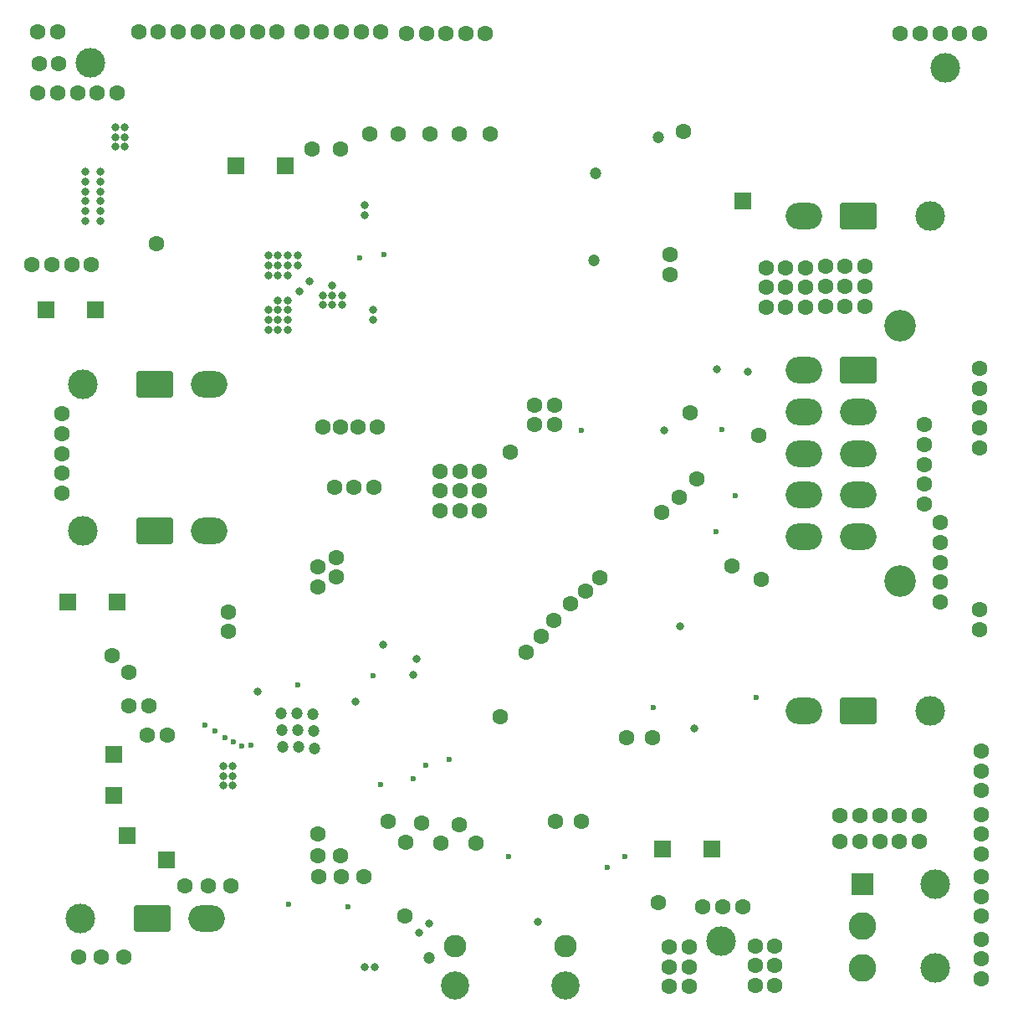
<source format=gbr>
%TF.GenerationSoftware,KiCad,Pcbnew,8.0.0*%
%TF.CreationDate,2024-03-30T14:37:23+01:00*%
%TF.ProjectId,schematic-main,73636865-6d61-4746-9963-2d6d61696e2e,rev?*%
%TF.SameCoordinates,Original*%
%TF.FileFunction,Soldermask,Bot*%
%TF.FilePolarity,Negative*%
%FSLAX46Y46*%
G04 Gerber Fmt 4.6, Leading zero omitted, Abs format (unit mm)*
G04 Created by KiCad (PCBNEW 8.0.0) date 2024-03-30 14:37:23*
%MOMM*%
%LPD*%
G01*
G04 APERTURE LIST*
G04 Aperture macros list*
%AMRoundRect*
0 Rectangle with rounded corners*
0 $1 Rounding radius*
0 $2 $3 $4 $5 $6 $7 $8 $9 X,Y pos of 4 corners*
0 Add a 4 corners polygon primitive as box body*
4,1,4,$2,$3,$4,$5,$6,$7,$8,$9,$2,$3,0*
0 Add four circle primitives for the rounded corners*
1,1,$1+$1,$2,$3*
1,1,$1+$1,$4,$5*
1,1,$1+$1,$6,$7*
1,1,$1+$1,$8,$9*
0 Add four rect primitives between the rounded corners*
20,1,$1+$1,$2,$3,$4,$5,0*
20,1,$1+$1,$4,$5,$6,$7,0*
20,1,$1+$1,$6,$7,$8,$9,0*
20,1,$1+$1,$8,$9,$2,$3,0*%
G04 Aperture macros list end*
%ADD10R,1.700000X1.700000*%
%ADD11C,3.000000*%
%ADD12RoundRect,0.250001X1.599999X-1.099999X1.599999X1.099999X-1.599999X1.099999X-1.599999X-1.099999X0*%
%ADD13O,3.700000X2.700000*%
%ADD14RoundRect,0.250001X-1.599999X1.099999X-1.599999X-1.099999X1.599999X-1.099999X1.599999X1.099999X0*%
%ADD15C,2.280000*%
%ADD16C,2.850000*%
%ADD17R,2.300000X2.300000*%
%ADD18C,2.800000*%
%ADD19C,3.200000*%
%ADD20C,0.800000*%
%ADD21C,1.600000*%
%ADD22C,1.200000*%
%ADD23C,0.600000*%
G04 APERTURE END LIST*
D10*
%TO.C,TP9*%
X156400000Y-100000000D03*
%TD*%
D11*
%TO.C,J2*%
X97475000Y-107000000D03*
D12*
X104775000Y-107000000D03*
D13*
X110275000Y-107000000D03*
%TD*%
D10*
%TO.C,TP7*%
X94000000Y-45500000D03*
%TD*%
D11*
%TO.C,J1*%
X183525000Y-36000000D03*
D14*
X176225000Y-36000000D03*
D13*
X170725000Y-36000000D03*
%TD*%
D10*
%TO.C,TP1*%
X100900000Y-90400000D03*
%TD*%
D11*
%TO.C,J4*%
X97700000Y-53000000D03*
D12*
X105000000Y-53000000D03*
D13*
X110500000Y-53000000D03*
%TD*%
D10*
%TO.C,TP8*%
X161400000Y-100000000D03*
%TD*%
%TO.C,TP6*%
X99000000Y-45500000D03*
%TD*%
%TO.C,TP13*%
X106200000Y-101100000D03*
%TD*%
D11*
%TO.C,REF\u002A\u002A*%
X98500000Y-20500000D03*
%TD*%
D10*
%TO.C,TP5*%
X113200000Y-30900000D03*
%TD*%
%TO.C,TP1*%
X164500000Y-34500000D03*
%TD*%
D11*
%TO.C,J5*%
X183525000Y-86000000D03*
D14*
X176225000Y-86000000D03*
D13*
X170725000Y-86000000D03*
%TD*%
D10*
%TO.C,TP4*%
X118200000Y-30900000D03*
%TD*%
D11*
%TO.C,J6*%
X97700000Y-67800000D03*
D12*
X105000000Y-67800000D03*
D13*
X110500000Y-67800000D03*
%TD*%
D10*
%TO.C,TP3*%
X101200000Y-75000000D03*
%TD*%
D11*
%TO.C,REF\u002A\u002A*%
X185000000Y-21000000D03*
%TD*%
D15*
%TO.C,P1*%
X135380000Y-109800000D03*
D16*
X135380000Y-113800000D03*
D15*
X146620000Y-109800000D03*
D16*
X146620000Y-113800000D03*
%TD*%
D11*
%TO.C,J3*%
X183987100Y-111984250D03*
X183987100Y-103584250D03*
D17*
X176687100Y-103584250D03*
D18*
X176687100Y-107784250D03*
X176687100Y-111984250D03*
%TD*%
D19*
%TO.C,J7*%
X180425000Y-47100000D03*
X180425000Y-72900000D03*
D14*
X176225000Y-51600000D03*
D13*
X176225000Y-55800000D03*
X176225000Y-60000000D03*
X176225000Y-64200000D03*
X176225000Y-68400000D03*
X170725000Y-51600000D03*
X170725000Y-55800000D03*
X170725000Y-60000000D03*
X170725000Y-64200000D03*
X170725000Y-68400000D03*
%TD*%
D11*
%TO.C,REF\u002A\u002A*%
X162300000Y-109300000D03*
%TD*%
D10*
%TO.C,TP2*%
X100900000Y-94600000D03*
%TD*%
%TO.C,TP2*%
X96200000Y-75000000D03*
%TD*%
%TO.C,TP12*%
X102200000Y-98600000D03*
%TD*%
D20*
X119700000Y-43600000D03*
X112000000Y-91650000D03*
D21*
X112700000Y-103700000D03*
X115400000Y-17400000D03*
X166900000Y-45200000D03*
X159100000Y-109900000D03*
X136500000Y-17500000D03*
X125900000Y-17400000D03*
X184500000Y-17500000D03*
X182400000Y-96600000D03*
X134000000Y-99400000D03*
X121500000Y-98500000D03*
D22*
X117800000Y-86300000D03*
D21*
X157100000Y-109900000D03*
X111400000Y-17400000D03*
X142600000Y-80100000D03*
X107400000Y-17400000D03*
X93200000Y-23500000D03*
X166900000Y-41200000D03*
X159100000Y-113900000D03*
X182500000Y-17500000D03*
X157200000Y-41900000D03*
X103400000Y-17400000D03*
X182900000Y-61100000D03*
X138500000Y-17500000D03*
X145500000Y-57100000D03*
X94600000Y-40900000D03*
X180500000Y-17500000D03*
X95200000Y-17400000D03*
D20*
X126300000Y-35900000D03*
D21*
X167800000Y-109800000D03*
X180400000Y-99200000D03*
X174900000Y-41100000D03*
X127900000Y-17400000D03*
X143500000Y-55100000D03*
X95600000Y-64000000D03*
X133900000Y-65800000D03*
X112500000Y-76000000D03*
X126200000Y-102800000D03*
X130400000Y-99300000D03*
X105400000Y-17400000D03*
X174400000Y-99200000D03*
X132500000Y-17500000D03*
D20*
X132800000Y-107500000D03*
D21*
X95200000Y-23500000D03*
X148600000Y-73900000D03*
X148200000Y-97200000D03*
X112500000Y-78000000D03*
D20*
X118500000Y-47500000D03*
D21*
X121500000Y-73500000D03*
X188700000Y-96500000D03*
X92600000Y-40900000D03*
X135900000Y-63800000D03*
X188700000Y-109100000D03*
X188700000Y-102800000D03*
X132000000Y-97400000D03*
X123900000Y-102800000D03*
X140018019Y-86597919D03*
X135900000Y-65800000D03*
X178400000Y-96600000D03*
X159200000Y-55900000D03*
X104400000Y-85500000D03*
X137900000Y-63800000D03*
D22*
X121000000Y-86400000D03*
D21*
X188700000Y-94100000D03*
X162500000Y-105800000D03*
D20*
X101000000Y-29000000D03*
D21*
X95600000Y-56000000D03*
D22*
X149600000Y-31700000D03*
D21*
X188700000Y-106800000D03*
D20*
X112000000Y-93550000D03*
D21*
X170900000Y-41200000D03*
D20*
X117500000Y-45500000D03*
D21*
X106300000Y-88500000D03*
X133900000Y-61800000D03*
X188700000Y-100500000D03*
X176400000Y-99200000D03*
X170900000Y-43200000D03*
X135900000Y-61800000D03*
X93300000Y-20600000D03*
X121500000Y-100700000D03*
X101900000Y-110900000D03*
X97300000Y-110900000D03*
X160500000Y-105800000D03*
D22*
X121100000Y-88100000D03*
D21*
X121600000Y-102800000D03*
X147100000Y-75200000D03*
D20*
X118500000Y-44500000D03*
D21*
X182900000Y-59100000D03*
X180400000Y-96600000D03*
D22*
X118000000Y-89700000D03*
X119600000Y-89700000D03*
D21*
X165800000Y-113800000D03*
X157200000Y-39900000D03*
X165800000Y-111800000D03*
X113400000Y-17400000D03*
X158100000Y-64400000D03*
X135800000Y-97500000D03*
X104300000Y-88500000D03*
X142600000Y-80100000D03*
X172900000Y-41100000D03*
X123200000Y-63400000D03*
D20*
X117500000Y-46500000D03*
D21*
X127200000Y-63400000D03*
X188700000Y-113100000D03*
X176900000Y-41100000D03*
X95300000Y-20600000D03*
D22*
X119400000Y-86300000D03*
D21*
X155400000Y-88700000D03*
X98600000Y-40900000D03*
X188700000Y-90100000D03*
D20*
X126300000Y-111900000D03*
X131800000Y-108500000D03*
D21*
X125200000Y-63400000D03*
X134500000Y-17500000D03*
X174900000Y-45100000D03*
D20*
X102000000Y-27000000D03*
D21*
X123800000Y-100700000D03*
X109400000Y-17400000D03*
X184500000Y-75000000D03*
X95600000Y-60000000D03*
X182900000Y-65100000D03*
X158500000Y-27400000D03*
X121500000Y-71500000D03*
X145600000Y-97200000D03*
X165800000Y-109800000D03*
X144175000Y-78525000D03*
X188700000Y-111100000D03*
X186500000Y-17500000D03*
X188700000Y-104800000D03*
X157100000Y-111900000D03*
X137900000Y-65800000D03*
D20*
X118500000Y-45500000D03*
D21*
X184500000Y-71000000D03*
D22*
X121200000Y-89800000D03*
D21*
X172900000Y-43100000D03*
D20*
X120700000Y-42600000D03*
X117500000Y-44500000D03*
D21*
X123900000Y-17400000D03*
D20*
X101000000Y-28000000D03*
X116500000Y-45500000D03*
D21*
X182400000Y-99200000D03*
X123400000Y-72500000D03*
X182900000Y-57100000D03*
X188700000Y-98500000D03*
X168900000Y-45200000D03*
X176900000Y-43100000D03*
D20*
X112900000Y-92650000D03*
D21*
X176400000Y-96600000D03*
X170900000Y-45200000D03*
X128600000Y-97200000D03*
X143500000Y-57100000D03*
D22*
X117900000Y-88000000D03*
D21*
X145500000Y-55100000D03*
X188700000Y-92100000D03*
X123400000Y-70500000D03*
D20*
X101000000Y-27000000D03*
D21*
X102400000Y-85500000D03*
X167800000Y-111800000D03*
D20*
X112900000Y-91650000D03*
D22*
X119500000Y-88000000D03*
D21*
X182900000Y-63100000D03*
X159900000Y-62600000D03*
X101200000Y-23500000D03*
D20*
X102000000Y-29000000D03*
D21*
X168900000Y-41200000D03*
D20*
X117500000Y-47500000D03*
D21*
X130500000Y-17500000D03*
X184500000Y-73000000D03*
X110400000Y-103700000D03*
D20*
X116500000Y-47500000D03*
D21*
X145400000Y-76900000D03*
D20*
X112000000Y-92650000D03*
D21*
X96600000Y-40900000D03*
X150100000Y-72600000D03*
X137900000Y-61800000D03*
D20*
X127300000Y-111900000D03*
D21*
X178400000Y-99200000D03*
D20*
X112900000Y-93550000D03*
D21*
X172900000Y-45100000D03*
D20*
X118500000Y-46500000D03*
X102000000Y-28000000D03*
D21*
X174400000Y-96600000D03*
X99200000Y-23500000D03*
X119900000Y-17400000D03*
X121900000Y-17400000D03*
X166900000Y-43200000D03*
X152800000Y-88700000D03*
X159100000Y-111900000D03*
X157100000Y-113900000D03*
X184500000Y-67000000D03*
X117400000Y-17400000D03*
X168900000Y-43200000D03*
X95600000Y-58000000D03*
D20*
X126300000Y-34900000D03*
D21*
X99600000Y-110900000D03*
X137500000Y-99400000D03*
X97200000Y-23500000D03*
X133900000Y-63800000D03*
X108100000Y-103700000D03*
D20*
X116500000Y-46500000D03*
D21*
X156300000Y-66000000D03*
X167800000Y-113800000D03*
X184500000Y-69000000D03*
X188500000Y-17500000D03*
X93200000Y-17400000D03*
X174900000Y-43100000D03*
X164500000Y-105800000D03*
X176900000Y-45100000D03*
X95600000Y-62000000D03*
X188500000Y-75800000D03*
X188500000Y-77800000D03*
X188500000Y-57400000D03*
X135800000Y-27700000D03*
X188500000Y-55400000D03*
X139000000Y-27700000D03*
X129700000Y-27700000D03*
X123800000Y-29200000D03*
X188500000Y-59400000D03*
X188500000Y-53400000D03*
X188500000Y-51400000D03*
X132900000Y-27700000D03*
X126800000Y-27700000D03*
X120900000Y-29200000D03*
D20*
X99500000Y-34500000D03*
X99500000Y-35500000D03*
X99500000Y-31500000D03*
X99500000Y-36500000D03*
X98000000Y-33500000D03*
X98000000Y-31500000D03*
X98000000Y-32500000D03*
X98000000Y-36500000D03*
X99500000Y-33500000D03*
X98000000Y-34500000D03*
X99500000Y-32500000D03*
X98000000Y-35500000D03*
D21*
X166140105Y-58193309D03*
D20*
X115407107Y-84107107D03*
D21*
X163400000Y-71400000D03*
X141000000Y-59900000D03*
D23*
X140800000Y-100800000D03*
D21*
X125600000Y-57300000D03*
X122000000Y-57300000D03*
D23*
X152600000Y-100800000D03*
D21*
X127500000Y-57300000D03*
X130300000Y-106800000D03*
X102400000Y-82100000D03*
D20*
X128100000Y-79300000D03*
D21*
X123800000Y-57300000D03*
X100700000Y-80400000D03*
X156000000Y-105400000D03*
D20*
X159600000Y-87800000D03*
D23*
X127900000Y-93500000D03*
X111100000Y-88100000D03*
X124600000Y-105800000D03*
X118600000Y-105600000D03*
X110100000Y-87500000D03*
D20*
X117500000Y-42000000D03*
X117500000Y-41000000D03*
X118500000Y-41000000D03*
X119500000Y-40000000D03*
X116500000Y-42000000D03*
X117500000Y-40000000D03*
X116500000Y-41000000D03*
X119500000Y-41000000D03*
X116500000Y-40000000D03*
X118500000Y-40000000D03*
X118500000Y-42000000D03*
X123000000Y-45000000D03*
X122000000Y-45000000D03*
X122000000Y-44000000D03*
X127100000Y-46500000D03*
X127100000Y-45500000D03*
X123000000Y-44000000D03*
X123000000Y-43000000D03*
X124000000Y-45000000D03*
X124000000Y-44000000D03*
D23*
X128250000Y-39900000D03*
X125743108Y-40256892D03*
D22*
X149500000Y-40500000D03*
X156000000Y-28000000D03*
D23*
X112100000Y-88700000D03*
X150800000Y-101900000D03*
X119514320Y-83414320D03*
X127100000Y-82500000D03*
D20*
X131500000Y-80800000D03*
D23*
X131200000Y-92900000D03*
D20*
X158200000Y-77500000D03*
X165050000Y-51750000D03*
D23*
X113000000Y-89200000D03*
X162438000Y-57600000D03*
X113850000Y-89600000D03*
D20*
X161900000Y-51500000D03*
D23*
X114765774Y-89465774D03*
D20*
X156600000Y-57700000D03*
D21*
X166400000Y-72700000D03*
D20*
X125300000Y-85100000D03*
X131200000Y-82400000D03*
D23*
X132450000Y-91500000D03*
X161800000Y-67900000D03*
X134800000Y-90900000D03*
X163800000Y-64300000D03*
X155500000Y-85700000D03*
X165900000Y-84700000D03*
X148200000Y-57700000D03*
D20*
X143800000Y-107400000D03*
D22*
X132800000Y-111000000D03*
D21*
X105150000Y-38750000D03*
M02*

</source>
